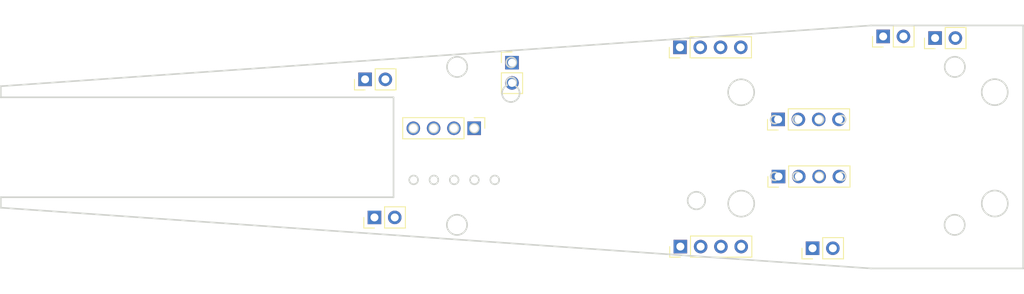
<source format=kicad_pcb>
(kicad_pcb (version 20240108) (generator "pcbnew") (generator_version "8.0")
  (layers (0 "F.Cu" signal) (31 "B.Cu" signal) (34 "B.Paste" user) (35 "F.Paste" user) (36 "B.SilkS" user "B.Silkscreen") (37 "F.SilkS" user "F.Silkscreen") (38 "B.Mask" user) (39 "F.Mask" user) (44 "Edge.Cuts" user))
  (net 0 "")
  (net 1 "/FLUC BATT -")
  (net 2 "/FLUC BATT +")
  (net 3 "/EZ APO -")
  (net 4 "/EZ APO +")
  (net 5 "/EZ BATT +")
  (net 6 "/EZ BATT -")
  (net 7 "Net-(J4-Pin_3)")
  (net 8 "/EZ MAIN+")
  (net 9 "/EZ MAIN-")
  (net 10 "Net-(J5-Pin_3)")
  (net 11 "/LEO BATT +")
  (net 12 "/LEO BATT -")
  (net 13 "/FLUC BATT PRE SW")
  (net 14 "/EZ BATT PRE SW")
  (net 15 "/LEO BATT PRE SW")
  (footprint "Connector_PinHeader_2.54mm:PinHeader_1x04_P2.54mm_Vertical" (layer "F.Cu") (at 193.1416 84.6328 90)
    (property "Reference" "J4" (hide yes))
    (property "Value" "EasyMini 2")
    (fp_line (start -1.33 -1.33) (end 0 -1.33) (stroke (width 0.12)) (layer "F.SilkS"))
    (fp_line (start -1.33 0) (end -1.33 -1.33) (stroke (width 0.12)) (layer "F.SilkS"))
    (fp_line (start 1.33 1.27) (end 1.33 8.95) (stroke (width 0.12)) (layer "F.SilkS"))
    (fp_line (start -1.33 1.27) (end 1.33 1.27) (stroke (width 0.12)) (layer "F.SilkS"))
    (fp_line (start -1.33 1.27) (end -1.33 8.95) (stroke (width 0.12)) (layer "F.SilkS"))
    (fp_line (start -1.33 8.95) (end 1.33 8.95) (stroke (width 0.12)) (layer "F.SilkS"))
    (pad "1" thru_hole rect (at 0 0 90) (size 1.7 1.7) (drill 1) (layers "*.Cu" "*.Mask") (net 8 "/EZ MAIN+"))
    (pad "2" thru_hole oval (at 0 2.54 90) (size 1.7 1.7) (drill 1) (layers "*.Cu" "*.Mask") (net 9 "/EZ MAIN-"))
    (pad "3" thru_hole oval (at 0 5.08 90) (size 1.7 1.7) (drill 1) (layers "*.Cu" "*.Mask") (net 7 "Net-(J4-Pin_3)"))
    (pad "4" thru_hole oval (at 0 7.62 90) (size 1.7 1.7) (drill 1) (layers "*.Cu" "*.Mask") (net 7 "Net-(J4-Pin_3)"))
  )
  (footprint "Connector_PinHeader_2.54mm:PinHeader_1x04_P2.54mm_Vertical" (layer "F.Cu") (at 180.848 75.5904 90)
    (property "Reference" "J8" (hide yes))
    (property "Value" "Screw Switch 2")
    (fp_line (start -1.33 -1.33) (end 0 -1.33) (stroke (width 0.12)) (layer "F.SilkS"))
    (fp_line (start -1.33 0) (end -1.33 -1.33) (stroke (width 0.12)) (layer "F.SilkS"))
    (fp_line (start 1.33 1.27) (end 1.33 8.95) (stroke (width 0.12)) (layer "F.SilkS"))
    (fp_line (start -1.33 1.27) (end 1.33 1.27) (stroke (width 0.12)) (layer "F.SilkS"))
    (fp_line (start -1.33 1.27) (end -1.33 8.95) (stroke (width 0.12)) (layer "F.SilkS"))
    (fp_line (start -1.33 8.95) (end 1.33 8.95) (stroke (width 0.12)) (layer "F.SilkS"))
    (pad "1" thru_hole rect (at 0 0 90) (size 1.7 1.7) (drill 1) (layers "*.Cu" "*.Mask") (net 15 "/LEO BATT PRE SW"))
    (pad "2" thru_hole oval (at 0 2.54 90) (size 1.7 1.7) (drill 1) (layers "*.Cu" "*.Mask") (net 11 "/LEO BATT +"))
    (pad "3" thru_hole oval (at 0 5.08 90) (size 1.7 1.7) (drill 1) (layers "*.Cu" "*.Mask"))
    (pad "4" thru_hole oval (at 0 7.62 90) (size 1.7 1.7) (drill 1) (layers "*.Cu" "*.Mask"))
  )
  (footprint "Connector_PinHeader_2.54mm:PinHeader_1x02_P2.54mm_Vertical" (layer "F.Cu") (at 159.8168 77.5158)
    (property "Reference" "J1" (hide yes))
    (property "Value" "Fluctus BATT")
    (fp_line (start -1.33 -1.33) (end 0 -1.33) (stroke (width 0.12)) (layer "F.SilkS"))
    (fp_line (start -1.33 0) (end -1.33 -1.33) (stroke (width 0.12)) (layer "F.SilkS"))
    (fp_line (start -1.33 1.27) (end -1.33 3.87) (stroke (width 0.12)) (layer "F.SilkS"))
    (fp_line (start -1.33 1.27) (end 1.33 1.27) (stroke (width 0.12)) (layer "F.SilkS"))
    (fp_line (start -1.33 3.87) (end 1.33 3.87) (stroke (width 0.12)) (layer "F.SilkS"))
    (fp_line (start 1.33 1.27) (end 1.33 3.87) (stroke (width 0.12)) (layer "F.SilkS"))
    (pad "1" thru_hole rect (at 0 0) (size 1.7 1.7) (drill 1) (layers "*.Cu" "*.Mask") (net 2 "/FLUC BATT +"))
    (pad "2" thru_hole oval (at 0 2.54) (size 1.7 1.7) (drill 1) (layers "*.Cu" "*.Mask") (net 1 "/FLUC BATT -"))
  )
  (footprint "Connector_PinHeader_2.54mm:PinHeader_1x02_P2.54mm_Vertical" (layer "F.Cu") (at 197.4546 100.7922 90)
    (property "Reference" "J9" (hide yes))
    (property "Value" "BATT")
    (fp_line (start -1.33 -1.33) (end 0 -1.33) (stroke (width 0.12)) (layer "F.SilkS"))
    (fp_line (start -1.33 0) (end -1.33 -1.33) (stroke (width 0.12)) (layer "F.SilkS"))
    (fp_line (start 1.33 1.27) (end 1.33 3.87) (stroke (width 0.12)) (layer "F.SilkS"))
    (fp_line (start -1.33 1.27) (end 1.33 1.27) (stroke (width 0.12)) (layer "F.SilkS"))
    (fp_line (start -1.33 1.27) (end -1.33 3.87) (stroke (width 0.12)) (layer "F.SilkS"))
    (fp_line (start -1.33 3.87) (end 1.33 3.87) (stroke (width 0.12)) (layer "F.SilkS"))
    (pad "1" thru_hole rect (at 0 0 90) (size 1.7 1.7) (drill 1) (layers "*.Cu" "*.Mask") (net 14 "/EZ BATT PRE SW"))
    (pad "2" thru_hole oval (at 0 2.54 90) (size 1.7 1.7) (drill 1) (layers "*.Cu" "*.Mask") (net 6 "/EZ BATT -"))
  )
  (footprint "Connector_PinHeader_2.54mm:PinHeader_1x04_P2.54mm_Vertical" (layer "F.Cu") (at 180.8988 100.584 90)
    (property "Reference" "J7" (hide yes))
    (property "Value" "Screw Switch 1")
    (fp_line (start -1.33 -1.33) (end 0 -1.33) (stroke (width 0.12)) (layer "F.SilkS"))
    (fp_line (start -1.33 0) (end -1.33 -1.33) (stroke (width 0.12)) (layer "F.SilkS"))
    (fp_line (start 1.33 1.27) (end 1.33 8.95) (stroke (width 0.12)) (layer "F.SilkS"))
    (fp_line (start -1.33 1.27) (end 1.33 1.27) (stroke (width 0.12)) (layer "F.SilkS"))
    (fp_line (start -1.33 1.27) (end -1.33 8.95) (stroke (width 0.12)) (layer "F.SilkS"))
    (fp_line (start -1.33 8.95) (end 1.33 8.95) (stroke (width 0.12)) (layer "F.SilkS"))
    (pad "1" thru_hole rect (at 0 0 90) (size 1.7 1.7) (drill 1) (layers "*.Cu" "*.Mask") (net 13 "/FLUC BATT PRE SW"))
    (pad "2" thru_hole oval (at 0 2.54 90) (size 1.7 1.7) (drill 1) (layers "*.Cu" "*.Mask") (net 2 "/FLUC BATT +"))
    (pad "3" thru_hole oval (at 0 5.08 90) (size 1.7 1.7) (drill 1) (layers "*.Cu" "*.Mask") (net 14 "/EZ BATT PRE SW"))
    (pad "4" thru_hole oval (at 0 7.62 90) (size 1.7 1.7) (drill 1) (layers "*.Cu" "*.Mask") (net 5 "/EZ BATT +"))
  )
  (footprint "Connector_PinHeader_2.54mm:PinHeader_1x04_P2.54mm_Vertical" (layer "F.Cu") (at 155.0824 85.7404 -90)
    (property "Reference" "J5" (hide yes))
    (property "Value" "LEO")
    (fp_line (start -1.33 8.95) (end 1.33 8.95) (stroke (width 0.12)) (layer "F.SilkS"))
    (fp_line (start -1.33 1.27) (end -1.33 8.95) (stroke (width 0.12)) (layer "F.SilkS"))
    (fp_line (start -1.33 1.27) (end 1.33 1.27) (stroke (width 0.12)) (layer "F.SilkS"))
    (fp_line (start 1.33 1.27) (end 1.33 8.95) (stroke (width 0.12)) (layer "F.SilkS"))
    (fp_line (start -1.33 0) (end -1.33 -1.33) (stroke (width 0.12)) (layer "F.SilkS"))
    (fp_line (start -1.33 -1.33) (end 0 -1.33) (stroke (width 0.12)) (layer "F.SilkS"))
    (pad "1" thru_hole rect (at 0 0 270) (size 1.7 1.7) (drill 1) (layers "*.Cu" "*.Mask") (net 11 "/LEO BATT +"))
    (pad "2" thru_hole oval (at 0 2.54 270) (size 1.7 1.7) (drill 1) (layers "*.Cu" "*.Mask") (net 12 "/LEO BATT -"))
    (pad "3" thru_hole oval (at 0 5.08 270) (size 1.7 1.7) (drill 1) (layers "*.Cu" "*.Mask") (net 10 "Net-(J5-Pin_3)"))
    (pad "4" thru_hole oval (at 0 7.62 270) (size 1.7 1.7) (drill 1) (layers "*.Cu" "*.Mask") (net 10 "Net-(J5-Pin_3)"))
  )
  (footprint "Connector_PinHeader_2.54mm:PinHeader_1x02_P2.54mm_Vertical" (layer "F.Cu") (at 212.7962 74.427 90)
    (property "Reference" "J2" (hide yes))
    (property "Value" "CHARGE")
    (fp_line (start -1.33 -1.33) (end 0 -1.33) (stroke (width 0.12)) (layer "F.SilkS"))
    (fp_line (start -1.33 0) (end -1.33 -1.33) (stroke (width 0.12)) (layer "F.SilkS"))
    (fp_line (start 1.33 1.27) (end 1.33 3.87) (stroke (width 0.12)) (layer "F.SilkS"))
    (fp_line (start -1.33 1.27) (end 1.33 1.27) (stroke (width 0.12)) (layer "F.SilkS"))
    (fp_line (start -1.33 1.27) (end -1.33 3.87) (stroke (width 0.12)) (layer "F.SilkS"))
    (fp_line (start -1.33 3.87) (end 1.33 3.87) (stroke (width 0.12)) (layer "F.SilkS"))
    (pad "1" thru_hole rect (at 0 0 90) (size 1.7 1.7) (drill 1) (layers "*.Cu" "*.Mask") (net 4 "/EZ APO +"))
    (pad "2" thru_hole oval (at 0 2.54 90) (size 1.7 1.7) (drill 1) (layers "*.Cu" "*.Mask") (net 3 "/EZ APO -"))
  )
  (footprint "Connector_PinHeader_2.54mm:PinHeader_1x02_P2.54mm_Vertical" (layer "F.Cu") (at 141.4222 79.6086 90)
    (property "Reference" "J6" (hide yes))
    (property "Value" "BATT")
    (fp_line (start -1.33 -1.33) (end 0 -1.33) (stroke (width 0.12)) (layer "F.SilkS"))
    (fp_line (start -1.33 0) (end -1.33 -1.33) (stroke (width 0.12)) (layer "F.SilkS"))
    (fp_line (start 1.33 1.27) (end 1.33 3.87) (stroke (width 0.12)) (layer "F.SilkS"))
    (fp_line (start -1.33 1.27) (end 1.33 1.27) (stroke (width 0.12)) (layer "F.SilkS"))
    (fp_line (start -1.33 1.27) (end -1.33 3.87) (stroke (width 0.12)) (layer "F.SilkS"))
    (fp_line (start -1.33 3.87) (end 1.33 3.87) (stroke (width 0.12)) (layer "F.SilkS"))
    (pad "1" thru_hole rect (at 0 0 90) (size 1.7 1.7) (drill 1) (layers "*.Cu" "*.Mask") (net 13 "/FLUC BATT PRE SW"))
    (pad "2" thru_hole oval (at 0 2.54 90) (size 1.7 1.7) (drill 1) (layers "*.Cu" "*.Mask") (net 1 "/FLUC BATT -"))
  )
  (footprint "Connector_PinHeader_2.54mm:PinHeader_1x02_P2.54mm_Vertical" (layer "F.Cu") (at 142.5956 96.9264 90)
    (property "Reference" "J10" (hide yes))
    (property "Value" "BATT")
    (fp_line (start -1.33 -1.33) (end 0 -1.33) (stroke (width 0.12)) (layer "F.SilkS"))
    (fp_line (start -1.33 0) (end -1.33 -1.33) (stroke (width 0.12)) (layer "F.SilkS"))
    (fp_line (start 1.33 1.27) (end 1.33 3.87) (stroke (width 0.12)) (layer "F.SilkS"))
    (fp_line (start -1.33 1.27) (end 1.33 1.27) (stroke (width 0.12)) (layer "F.SilkS"))
    (fp_line (start -1.33 1.27) (end -1.33 3.87) (stroke (width 0.12)) (layer "F.SilkS"))
    (fp_line (start -1.33 3.87) (end 1.33 3.87) (stroke (width 0.12)) (layer "F.SilkS"))
    (pad "1" thru_hole rect (at 0 0 90) (size 1.7 1.7) (drill 1) (layers "*.Cu" "*.Mask") (net 15 "/LEO BATT PRE SW"))
    (pad "2" thru_hole oval (at 0 2.54 90) (size 1.7 1.7) (drill 1) (layers "*.Cu" "*.Mask") (net 12 "/LEO BATT -"))
  )
  (footprint "Connector_PinHeader_2.54mm:PinHeader_1x04_P2.54mm_Vertical" (layer "F.Cu") (at 193.1924 91.7956 90)
    (property "Reference" "J3" (hide yes))
    (property "Value" "EasyMini 1")
    (fp_line (start -1.33 -1.33) (end 0 -1.33) (stroke (width 0.12)) (layer "F.SilkS"))
    (fp_line (start -1.33 0) (end -1.33 -1.33) (stroke (width 0.12)) (layer "F.SilkS"))
    (fp_line (start 1.33 1.27) (end 1.33 8.95) (stroke (width 0.12)) (layer "F.SilkS"))
    (fp_line (start -1.33 1.27) (end 1.33 1.27) (stroke (width 0.12)) (layer "F.SilkS"))
    (fp_line (start -1.33 1.27) (end -1.33 8.95) (stroke (width 0.12)) (layer "F.SilkS"))
    (fp_line (start -1.33 8.95) (end 1.33 8.95) (stroke (width 0.12)) (layer "F.SilkS"))
    (pad "1" thru_hole rect (at 0 0 90) (size 1.7 1.7) (drill 1) (layers "*.Cu" "*.Mask") (net 4 "/EZ APO +"))
    (pad "2" thru_hole oval (at 0 2.54 90) (size 1.7 1.7) (drill 1) (layers "*.Cu" "*.Mask") (net 3 "/EZ APO -"))
    (pad "3" thru_hole oval (at 0 5.08 90) (size 1.7 1.7) (drill 1) (layers "*.Cu" "*.Mask") (net 5 "/EZ BATT +"))
    (pad "4" thru_hole oval (at 0 7.62 90) (size 1.7 1.7) (drill 1) (layers "*.Cu" "*.Mask") (net 6 "/EZ BATT -"))
  )
  (footprint "Connector_PinHeader_2.54mm:PinHeader_1x02_P2.54mm_Vertical" (layer "F.Cu") (at 206.2938 74.2238 90)
    (property "Reference" "J11" (hide yes))
    (property "Value" "CHARGE")
    (fp_line (start -1.33 -1.33) (end 0 -1.33) (stroke (width 0.12)) (layer "F.SilkS"))
    (fp_line (start -1.33 0) (end -1.33 -1.33) (stroke (width 0.12)) (layer "F.SilkS"))
    (fp_line (start 1.33 1.27) (end 1.33 3.87) (stroke (width 0.12)) (layer "F.SilkS"))
    (fp_line (start -1.33 1.27) (end 1.33 1.27) (stroke (width 0.12)) (layer "F.SilkS"))
    (fp_line (start -1.33 1.27) (end -1.33 3.87) (stroke (width 0.12)) (layer "F.SilkS"))
    (fp_line (start -1.33 3.87) (end 1.33 3.87) (stroke (width 0.12)) (layer "F.SilkS"))
    (pad "1" thru_hole rect (at 0 0 90) (size 1.7 1.7) (drill 1) (layers "*.Cu" "*.Mask") (net 8 "/EZ MAIN+"))
    (pad "2" thru_hole oval (at 0 2.54 90) (size 1.7 1.7) (drill 1) (layers "*.Cu" "*.Mask") (net 9 "/EZ MAIN-"))
  )
  (gr_curve (pts (xy 188.891008 96.788004) (xy 189.768594 96.582533) (xy 190.31345 95.704555) (xy 190.107979 94.826987)) (stroke (width 0.2)) (layer "Edge.Cuts"))
  (gr_line (start 204.779877 72.8472) (end 95.8088 80.4672) (stroke (width 0.2)) (layer "Edge.Cuts"))
  (gr_curve (pts (xy 195.386652 91.272023) (xy 195.113473 91.335983) (xy 194.943868 91.609284) (xy 195.007829 91.882457)) (stroke (width 0.2)) (layer "Edge.Cuts"))
  (gr_curve (pts (xy 197.801883 91.881105) (xy 197.865843 92.154277) (xy 198.139148 92.323878) (xy 198.412327 92.259918)) (stroke (width 0.2)) (layer "Edge.Cuts"))
  (gr_arc (start 160.211169 80.392342) (mid 159.630092 82.449931) (end 159.204379 80.354674) (stroke (width 0.2)) (layer "Edge.Cuts"))
  (gr_curve (pts (xy 186.923262 81.601065) (xy 187.128734 82.478633) (xy 188.006726 83.023474) (xy 188.884312 82.818002)) (stroke (width 0.2)) (layer "Edge.Cuts"))
  (gr_line (start 223.829877 72.8472) (end 204.779877 72.8472) (stroke (width 0.2)) (layer "Edge.Cuts"))
  (gr_circle (center 157.660314 92.221899) (end 157.660314 91.671899) (stroke (width 0.2)) (fill none) (layer "Edge.Cuts"))
  (gr_arc (start 159.204379 80.354674) (mid 159.745966 79.352614) (end 160.211169 80.392342) (stroke (width 0.2)) (layer "Edge.Cuts"))
  (gr_circle (center 215.244238 97.859457) (end 215.244238 96.589457) (stroke (width 0.2)) (fill none) (layer "Edge.Cuts"))
  (gr_curve (pts (xy 192.210365 84.771808) (xy 192.274325 85.04498) (xy 192.54763 85.214581) (xy 192.820808 85.150621)) (stroke (width 0.2)) (layer "Edge.Cuts"))
  (gr_circle (center 152.948073 78.047417) (end 152.948073 76.777417) (stroke (width 0.2)) (fill none) (layer "Edge.Cuts"))
  (gr_curve (pts (xy 218.680581 95.555703) (xy 218.886053 96.433271) (xy 219.764045 96.978112) (xy 220.641631 96.772641)) (stroke (width 0.2)) (layer "Edge.Cuts"))
  (gr_curve (pts (xy 201.202972 85.146565) (xy 201.476151 85.082605) (xy 201.645756 84.809304) (xy 201.581796 84.536132)) (stroke (width 0.2)) (layer "Edge.Cuts"))
  (gr_curve (pts (xy 219.890855 79.624684) (xy 219.013269 79.830156) (xy 218.468413 80.708133) (xy 218.673884 81.585701)) (stroke (width 0.2)) (layer "Edge.Cuts"))
  (gr_curve (pts (xy 193.199631 84.540188) (xy 193.135671 84.267015) (xy 192.862367 84.097414) (xy 192.589188 84.161374)) (stroke (width 0.2)) (layer "Edge.Cuts"))
  (gr_line (start 95.8088 80.4672) (end 95.8088 81.861396) (stroke (width 0.2)) (layer "Edge.Cuts"))
  (gr_curve (pts (xy 192.592597 91.273375) (xy 192.319419 91.337335) (xy 192.149814 91.610636) (xy 192.213774 91.883809)) (stroke (width 0.2)) (layer "Edge.Cuts"))
  (gr_curve (pts (xy 201.585205 91.648133) (xy 201.521245 91.37496) (xy 201.24794 91.205359) (xy 200.974761 91.269319)) (stroke (width 0.2)) (layer "Edge.Cuts"))
  (gr_curve (pts (xy 200.971352 84.157318) (xy 200.698174 84.221278) (xy 200.528569 84.494579) (xy 200.592529 84.767752)) (stroke (width 0.2)) (layer "Edge.Cuts"))
  (gr_curve (pts (xy 195.007829 91.882457) (xy 195.071789 92.155629) (xy 195.345093 92.32523) (xy 195.618272 92.26127)) (stroke (width 0.2)) (layer "Edge.Cuts"))
  (gr_line (start 95.8088 94.394923) (end 95.8088 95.7072) (stroke (width 0.2)) (layer "Edge.Cuts"))
  (gr_circle (center 150.014914 85.744899) (end 150.014914 85.194899) (stroke (width 0.2)) (fill none) (layer "Edge.Cuts"))
  (gr_circle (center 215.264304 78.047417) (end 215.264304 76.777417) (stroke (width 0.2)) (fill none) (layer "Edge.Cuts"))
  (gr_curve (pts (xy 192.824217 92.262622) (xy 193.097396 92.198662) (xy 193.267001 91.925361) (xy 193.203041 91.652189)) (stroke (width 0.2)) (layer "Edge.Cuts"))
  (gr_curve (pts (xy 220.641631 96.772641) (xy 221.519216 96.567169) (xy 222.064073 95.689192) (xy 221.858601 94.811624)) (stroke (width 0.2)) (layer "Edge.Cuts"))
  (gr_line (start 95.8088 95.7072) (end 204.779877 103.3272) (stroke (width 0.2)) (layer "Edge.Cuts"))
  (gr_curve (pts (xy 200.595938 91.879753) (xy 200.659898 92.152925) (xy 200.933203 92.322526) (xy 201.206381 92.258566)) (stroke (width 0.2)) (layer "Edge.Cuts"))
  (gr_line (start 223.829877 103.3272) (end 223.829877 72.8472) (stroke (width 0.2)) (layer "Edge.Cuts"))
  (gr_circle (center 152.928007 97.859457) (end 152.928007 96.589457) (stroke (width 0.2)) (fill none) (layer "Edge.Cuts"))
  (gr_curve (pts (xy 220.634934 82.802639) (xy 221.51252 82.597167) (xy 222.057376 81.71919) (xy 221.851904 80.841622)) (stroke (width 0.2)) (layer "Edge.Cuts"))
  (gr_curve (pts (xy 195.383243 84.160022) (xy 195.110064 84.223982) (xy 194.940459 84.497283) (xy 195.004419 84.770456)) (stroke (width 0.2)) (layer "Edge.Cuts"))
  (gr_curve (pts (xy 198.412327 92.259918) (xy 198.685505 92.195958) (xy 198.85511 91.922657) (xy 198.79115 91.649485)) (stroke (width 0.2)) (layer "Edge.Cuts"))
  (gr_curve (pts (xy 188.146929 93.61005) (xy 187.269343 93.815522) (xy 186.724487 94.693499) (xy 186.929959 95.571067)) (stroke (width 0.2)) (layer "Edge.Cuts"))
  (gr_curve (pts (xy 193.203041 91.652189) (xy 193.139081 91.379016) (xy 192.865776 91.209415) (xy 192.592597 91.273375)) (stroke (width 0.2)) (layer "Edge.Cuts"))
  (gr_curve (pts (xy 192.589188 84.161374) (xy 192.31601 84.225334) (xy 192.146405 84.498635) (xy 192.210365 84.771808)) (stroke (width 0.2)) (layer "Edge.Cuts"))
  (gr_line (start 144.983344 81.861396) (end 144.983344 94.394923) (stroke (width 0.2)) (layer "Edge.Cuts"))
  (gr_curve (pts (xy 198.787741 84.537484) (xy 198.723781 84.264311) (xy 198.450476 84.09471) (xy 198.177298 84.15867)) (stroke (width 0.2)) (layer "Edge.Cuts"))
  (gr_circle (center 182.907914 94.812699) (end 182.907914 93.712699) (stroke (width 0.2)) (fill none) (layer "Edge.Cuts"))
  (gr_curve (pts (xy 218.673884 81.585701) (xy 218.879356 82.463269) (xy 219.757348 83.00811) (xy 220.634934 82.802639)) (stroke (width 0.2)) (layer "Edge.Cuts"))
  (gr_curve (pts (xy 198.408918 85.147917) (xy 198.682096 85.083957) (xy 198.851701 84.810656) (xy 198.787741 84.537484)) (stroke (width 0.2)) (layer "Edge.Cuts"))
  (gr_curve (pts (xy 201.581796 84.536132) (xy 201.517836 84.262959) (xy 201.244531 84.093358) (xy 200.971352 84.157318)) (stroke (width 0.2)) (layer "Edge.Cuts"))
  (gr_curve (pts (xy 221.851904 80.841622) (xy 221.646432 79.964054) (xy 220.768441 79.419212) (xy 219.890855 79.624684)) (stroke (width 0.2)) (layer "Edge.Cuts"))
  (gr_circle (center 155.120314 92.221899) (end 155.120314 91.671899) (stroke (width 0.2)) (fill none) (layer "Edge.Cuts"))
  (gr_curve (pts (xy 198.79115 91.649485) (xy 198.72719 91.376312) (xy 198.453885 91.206711) (xy 198.180707 91.270671)) (stroke (width 0.2)) (layer "Edge.Cuts"))
  (gr_curve (pts (xy 219.897551 93.594686) (xy 219.019965 93.800158) (xy 218.475109 94.678135) (xy 218.680581 95.555703)) (stroke (width 0.2)) (layer "Edge.Cuts"))
  (gr_circle (center 147.500314 92.221899) (end 147.500314 91.671899) (stroke (width 0.2)) (fill none) (layer "Edge.Cuts"))
  (gr_curve (pts (xy 192.820808 85.150621) (xy 193.093987 85.086661) (xy 193.263592 84.81336) (xy 193.199631 84.540188)) (stroke (width 0.2)) (layer "Edge.Cuts"))
  (gr_curve (pts (xy 186.929959 95.571067) (xy 187.135431 96.448635) (xy 188.013423 96.993476) (xy 188.891008 96.788004)) (stroke (width 0.2)) (layer "Edge.Cuts"))
  (gr_curve (pts (xy 197.798474 84.769104) (xy 197.862434 85.042276) (xy 198.135739 85.211877) (xy 198.408918 85.147917)) (stroke (width 0.2)) (layer "Edge.Cuts"))
  (gr_curve (pts (xy 195.618272 92.26127) (xy 195.89145 92.19731) (xy 196.061055 91.924009) (xy 195.997095 91.650837)) (stroke (width 0.2)) (layer "Edge.Cuts"))
  (gr_line (start 95.8088 81.861396) (end 144.983344 81.861396) (stroke (width 0.2)) (layer "Edge.Cuts"))
  (gr_curve (pts (xy 198.177298 84.15867) (xy 197.904119 84.22263) (xy 197.734514 84.495931) (xy 197.798474 84.769104)) (stroke (width 0.2)) (layer "Edge.Cuts"))
  (gr_circle (center 155.094914 85.744899) (end 155.094914 85.194899) (stroke (width 0.2)) (fill none) (layer "Edge.Cuts"))
  (gr_circle (center 147.474914 85.744899) (end 147.474914 85.194899) (stroke (width 0.2)) (fill none) (layer "Edge.Cuts"))
  (gr_curve (pts (xy 195.993686 84.538836) (xy 195.929726 84.265663) (xy 195.656421 84.096062) (xy 195.383243 84.160022)) (stroke (width 0.2)) (layer "Edge.Cuts"))
  (gr_circle (center 150.040314 92.221899) (end 150.040314 91.671899) (stroke (width 0.2)) (fill none) (layer "Edge.Cuts"))
  (gr_curve (pts (xy 221.858601 94.811624) (xy 221.653129 93.934056) (xy 220.775137 93.389214) (xy 219.897551 93.594686)) (stroke (width 0.2)) (layer "Edge.Cuts"))
  (gr_curve (pts (xy 188.884312 82.818002) (xy 189.761898 82.612531) (xy 190.306754 81.734553) (xy 190.101282 80.856985)) (stroke (width 0.2)) (layer "Edge.Cuts"))
  (gr_curve (pts (xy 200.592529 84.767752) (xy 200.656489 85.040924) (xy 200.929794 85.210525) (xy 201.202972 85.146565)) (stroke (width 0.2)) (layer "Edge.Cuts"))
  (gr_curve (pts (xy 190.107979 94.826987) (xy 189.902507 93.94942) (xy 189.024515 93.404578) (xy 188.146929 93.61005)) (stroke (width 0.2)) (layer "Edge.Cuts"))
  (gr_curve (pts (xy 200.974761 91.269319) (xy 200.701583 91.333279) (xy 200.531978 91.60658) (xy 200.595938 91.879753)) (stroke (width 0.2)) (layer "Edge.Cuts"))
  (gr_curve (pts (xy 192.213774 91.883809) (xy 192.277734 92.156981) (xy 192.551039 92.326582) (xy 192.824217 92.262622)) (stroke (width 0.2)) (layer "Edge.Cuts"))
  (gr_curve (pts (xy 188.140233 79.640048) (xy 187.262647 79.84552) (xy 186.717791 80.723497) (xy 186.923262 81.601065)) (stroke (width 0.2)) (layer "Edge.Cuts"))
  (gr_curve (pts (xy 195.004419 84.770456) (xy 195.06838 85.043628) (xy 195.341684 85.213229) (xy 195.614863 85.149269)) (stroke (width 0.2)) (layer "Edge.Cuts"))
  (gr_curve (pts (xy 195.614863 85.149269) (xy 195.888041 85.085309) (xy 196.057646 84.812008) (xy 195.993686 84.538836)) (stroke (width 0.2)) (layer "Edge.Cuts"))
  (gr_curve (pts (xy 201.206381 92.258566) (xy 201.47956 92.194606) (xy 201.649165 91.921305) (xy 201.585205 91.648133)) (stroke (width 0.2)) (layer "Edge.Cuts"))
  (gr_curve (pts (xy 195.997095 91.650837) (xy 195.933135 91.377664) (xy 195.65983 91.208063) (xy 195.386652 91.272023)) (stroke (width 0.2)) (layer "Edge.Cuts"))
  (gr_curve (pts (xy 198.180707 91.270671) (xy 197.907528 91.334631) (xy 197.737923 91.607932) (xy 197.801883 91.881105)) (stroke (width 0.2)) (layer "Edge.Cuts"))
  (gr_circle (center 159.729143 77.479872) (end 159.729143 76.844872) (stroke (width 0.2)) (fill none) (layer "Edge.Cuts"))
  (gr_curve (pts (xy 190.101282 80.856985) (xy 189.89581 79.979418) (xy 189.017819 79.434576) (xy 188.140233 79.640048)) (stroke (width 0.2)) (layer "Edge.Cuts"))
  (gr_circle (center 152.580314 92.221899) (end 152.580314 91.671899) (stroke (width 0.2)) (fill none) (layer "Edge.Cuts"))
  (gr_line (start 144.983344 94.394923) (end 95.8088 94.394923) (stroke (width 0.2)) (layer "Edge.Cuts"))
  (gr_line (start 204.779877 103.3272) (end 223.829877 103.3272) (stroke (width 0.2)) (layer "Edge.Cuts"))
  (gr_circle (center 152.554914 85.744899) (end 152.554914 85.194899) (stroke (width 0.2)) (fill none) (layer "Edge.Cuts"))
)
</source>
